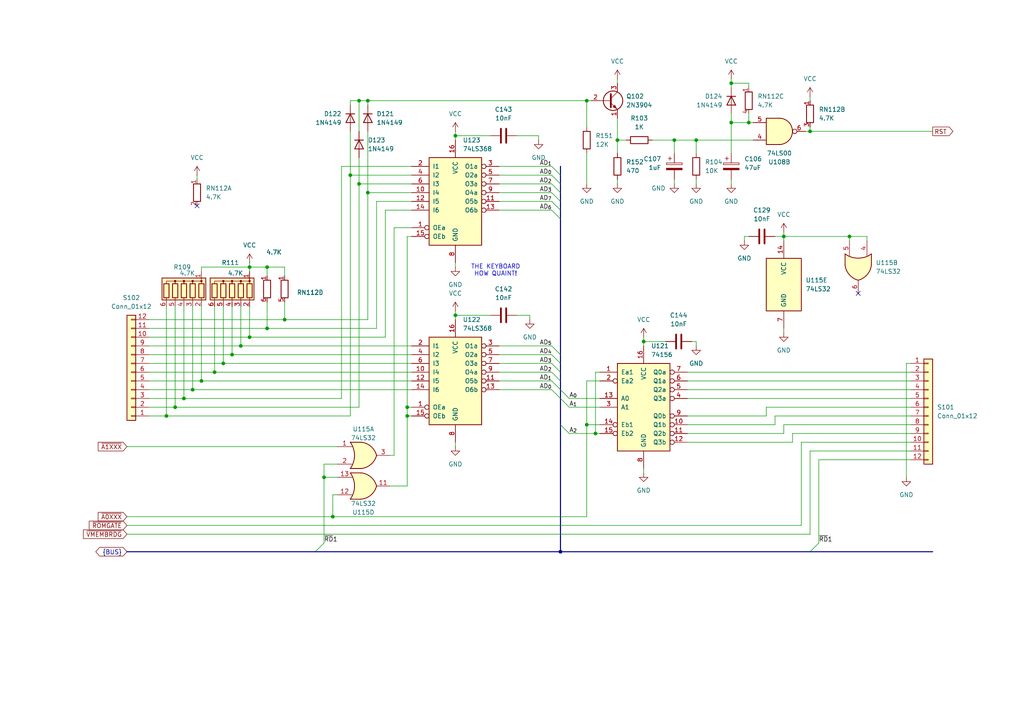
<source format=kicad_sch>
(kicad_sch (version 20250114) (generator "eeschema") (generator_version "9.0")
  (paper "A4")
  (lib_symbols
    (symbol "74xx:74LS00" (pin_names (offset 1.016))
      (property "Reference" "U" (at 0 1.27 0))
      (property "Value" "74LS00" (at 0 -1.27 0))
      (symbol "74LS00_1_1"
        (pin input line (at -7.62 2.54 0) (length 3.81) (name "~") (number "1"))
        (pin input line (at -7.62 -2.54 0) (length 3.81) (name "~") (number "2"))
        (pin output inverted (at 7.62 0 180) (length 3.81) (name "~") (number "3"))
      )
      (symbol "74LS00_1_2"
        (pin input inverted (at -7.62 2.54 0) (length 4.318) (name "~") (number "1"))
        (pin input inverted (at -7.62 -2.54 0) (length 4.318) (name "~") (number "2"))
        (pin output line (at 7.62 0 180) (length 3.81) (name "~") (number "3"))
      )
      (symbol "74LS00_2_1"
        (pin input line (at -7.62 2.54 0) (length 3.81) (name "~") (number "4"))
        (pin input line (at -7.62 -2.54 0) (length 3.81) (name "~") (number "5"))
        (pin output inverted (at 7.62 0 180) (length 3.81) (name "~") (number "6"))
      )
      (symbol "74LS00_2_2"
        (pin input inverted (at -7.62 2.54 0) (length 4.318) (name "~") (number "4"))
        (pin input inverted (at -7.62 -2.54 0) (length 4.318) (name "~") (number "5"))
        (pin output line (at 7.62 0 180) (length 3.81) (name "~") (number "6"))
      )
      (symbol "74LS00_3_1"
        (pin input line (at -7.62 2.54 0) (length 3.81) (name "~") (number "9"))
        (pin input line (at -7.62 -2.54 0) (length 3.81) (name "~") (number "10"))
        (pin output inverted (at 7.62 0 180) (length 3.81) (name "~") (number "8"))
      )
      (symbol "74LS00_3_2"
        (pin input inverted (at -7.62 2.54 0) (length 4.318) (name "~") (number "9"))
        (pin input inverted (at -7.62 -2.54 0) (length 4.318) (name "~") (number "10"))
        (pin output line (at 7.62 0 180) (length 3.81) (name "~") (number "8"))
      )
      (symbol "74LS00_4_1"
        (pin input line (at -7.62 2.54 0) (length 3.81) (name "~") (number "12"))
        (pin input line (at -7.62 -2.54 0) (length 3.81) (name "~") (number "13"))
        (pin output inverted (at 7.62 0 180) (length 3.81) (name "~") (number "11"))
      )
      (symbol "74LS00_4_2"
        (pin input inverted (at -7.62 2.54 0) (length 4.318) (name "~") (number "12"))
        (pin input inverted (at -7.62 -2.54 0) (length 4.318) (name "~") (number "13"))
        (pin output line (at 7.62 0 180) (length 3.81) (name "~") (number "11"))
      )
      (symbol "74LS00_5_0"
        (pin power_in line (at 0 12.7 270) (length 5.08) (name "VCC") (number "14"))
        (pin power_in line (at 0 -12.7 90) (length 5.08) (name "GND") (number "7"))
      )
    )
    (symbol "74xx:74LS156" (pin_names (offset 1.016))
      (property "Reference" "U" (at -7.62 13.97 0))
      (property "Value" "74LS156" (at -7.62 -13.97 0))
      (symbol "74LS156_1_0"
        (pin input line (at -12.7 10.16 0) (length 5.08) (name "Ea1") (number "1"))
        (pin input inverted (at -12.7 7.62 0) (length 5.08) (name "Ea2") (number "2"))
        (pin input line (at -12.7 2.54 0) (length 5.08) (name "A0") (number "13"))
        (pin input line (at -12.7 0 0) (length 5.08) (name "A1") (number "3"))
        (pin input inverted (at -12.7 -5.08 0) (length 5.08) (name "Eb1") (number "14"))
        (pin input inverted (at -12.7 -7.62 0) (length 5.08) (name "Eb2") (number "15"))
        (pin power_in line (at 0 17.78 270) (length 5.08) (name "VCC") (number "16"))
        (pin power_in line (at 0 -17.78 90) (length 5.08) (name "GND") (number "8"))
        (pin output inverted (at 12.7 10.16 180) (length 5.08) (name "Q0a") (number "7"))
        (pin output inverted (at 12.7 7.62 180) (length 5.08) (name "Q1a") (number "6"))
        (pin output inverted (at 12.7 5.08 180) (length 5.08) (name "Q2a") (number "5"))
        (pin output inverted (at 12.7 2.54 180) (length 5.08) (name "Q3a") (number "4"))
        (pin output inverted (at 12.7 -2.54 180) (length 5.08) (name "Q0b") (number "9"))
        (pin output inverted (at 12.7 -5.08 180) (length 5.08) (name "Q1b") (number "10"))
        (pin output inverted (at 12.7 -7.62 180) (length 5.08) (name "Q2b") (number "11"))
        (pin output inverted (at 12.7 -10.16 180) (length 5.08) (name "Q3b") (number "12"))
      )
    )
    (symbol "74xx:74LS32" (pin_names (offset 1.016))
      (property "Reference" "U" (at 0 1.27 0))
      (property "Value" "74LS32" (at 0 -1.27 0))
      (symbol "74LS32_1_1"
        (pin input line (at -7.62 2.54 0) (length 4.318) (name "~") (number "1"))
        (pin input line (at -7.62 -2.54 0) (length 4.318) (name "~") (number "2"))
        (pin output line (at 7.62 0 180) (length 3.81) (name "~") (number "3"))
      )
      (symbol "74LS32_1_2"
        (pin input inverted (at -7.62 2.54 0) (length 3.81) (name "~") (number "1"))
        (pin input inverted (at -7.62 -2.54 0) (length 3.81) (name "~") (number "2"))
        (pin output inverted (at 7.62 0 180) (length 3.81) (name "~") (number "3"))
      )
      (symbol "74LS32_2_1"
        (pin input line (at -7.62 2.54 0) (length 4.318) (name "~") (number "4"))
        (pin input line (at -7.62 -2.54 0) (length 4.318) (name "~") (number "5"))
        (pin output line (at 7.62 0 180) (length 3.81) (name "~") (number "6"))
      )
      (symbol "74LS32_2_2"
        (pin input inverted (at -7.62 2.54 0) (length 3.81) (name "~") (number "4"))
        (pin input inverted (at -7.62 -2.54 0) (length 3.81) (name "~") (number "5"))
        (pin output inverted (at 7.62 0 180) (length 3.81) (name "~") (number "6"))
      )
      (symbol "74LS32_3_1"
        (pin input line (at -7.62 2.54 0) (length 4.318) (name "~") (number "9"))
        (pin input line (at -7.62 -2.54 0) (length 4.318) (name "~") (number "10"))
        (pin output line (at 7.62 0 180) (length 3.81) (name "~") (number "8"))
      )
      (symbol "74LS32_3_2"
        (pin input inverted (at -7.62 2.54 0) (length 3.81) (name "~") (number "9"))
        (pin input inverted (at -7.62 -2.54 0) (length 3.81) (name "~") (number "10"))
        (pin output inverted (at 7.62 0 180) (length 3.81) (name "~") (number "8"))
      )
      (symbol "74LS32_4_1"
        (pin input line (at -7.62 2.54 0) (length 4.318) (name "~") (number "12"))
        (pin input line (at -7.62 -2.54 0) (length 4.318) (name "~") (number "13"))
        (pin output line (at 7.62 0 180) (length 3.81) (name "~") (number "11"))
      )
      (symbol "74LS32_4_2"
        (pin input inverted (at -7.62 2.54 0) (length 3.81) (name "~") (number "12"))
        (pin input inverted (at -7.62 -2.54 0) (length 3.81) (name "~") (number "13"))
        (pin output inverted (at 7.62 0 180) (length 3.81) (name "~") (number "11"))
      )
      (symbol "74LS32_5_0"
        (pin power_in line (at 0 12.7 270) (length 5.08) (name "VCC") (number "14"))
        (pin power_in line (at 0 -12.7 90) (length 5.08) (name "GND") (number "7"))
      )
    )
    (symbol "74xx:74LS368" (pin_names (offset 1.016))
      (property "Reference" "U" (at -7.62 13.97 0))
      (property "Value" "74LS368" (at -7.62 -13.97 0))
      (symbol "74LS368_1_0"
        (pin input line (at -12.7 10.16 0) (length 5.08) (name "I1") (number "2"))
        (pin input line (at -12.7 7.62 0) (length 5.08) (name "I2") (number "4"))
        (pin input line (at -12.7 5.08 0) (length 5.08) (name "I3") (number "6"))
        (pin input line (at -12.7 2.54 0) (length 5.08) (name "I4") (number "10"))
        (pin input line (at -12.7 0 0) (length 5.08) (name "I5") (number "12"))
        (pin input line (at -12.7 -2.54 0) (length 5.08) (name "I6") (number "14"))
        (pin input inverted (at -12.7 -7.62 0) (length 5.08) (name "OEa") (number "1"))
        (pin input inverted (at -12.7 -10.16 0) (length 5.08) (name "OEb") (number "15"))
        (pin power_in line (at 0 17.78 270) (length 5.08) (name "VCC") (number "16"))
        (pin power_in line (at 0 -17.78 90) (length 5.08) (name "GND") (number "8"))
        (pin tri_state inverted (at 12.7 10.16 180) (length 5.08) (name "O1a") (number "3"))
        (pin tri_state inverted (at 12.7 7.62 180) (length 5.08) (name "O2a") (number "5"))
        (pin tri_state inverted (at 12.7 5.08 180) (length 5.08) (name "O3a") (number "7"))
        (pin tri_state inverted (at 12.7 2.54 180) (length 5.08) (name "O4a") (number "9"))
        (pin tri_state inverted (at 12.7 0 180) (length 5.08) (name "O5b") (number "11"))
        (pin tri_state inverted (at 12.7 -2.54 180) (length 5.08) (name "O6b") (number "13"))
      )
    )
    (symbol "Connector_Generic:Conn_01x12" (pin_names (offset 1.016) (hide yes))
      (property "Reference" "J" (at 0 15.24 0))
      (property "Value" "Conn_01x12" (at 0 -17.78 0))
      (symbol "Conn_01x12_1_1"
        (pin passive line (at -5.08 12.7 0) (length 3.81) (name "Pin_1") (number "1"))
        (pin passive line (at -5.08 10.16 0) (length 3.81) (name "Pin_2") (number "2"))
        (pin passive line (at -5.08 7.62 0) (length 3.81) (name "Pin_3") (number "3"))
        (pin passive line (at -5.08 5.08 0) (length 3.81) (name "Pin_4") (number "4"))
        (pin passive line (at -5.08 2.54 0) (length 3.81) (name "Pin_5") (number "5"))
        (pin passive line (at -5.08 0 0) (length 3.81) (name "Pin_6") (number "6"))
        (pin passive line (at -5.08 -2.54 0) (length 3.81) (name "Pin_7") (number "7"))
        (pin passive line (at -5.08 -5.08 0) (length 3.81) (name "Pin_8") (number "8"))
        (pin passive line (at -5.08 -7.62 0) (length 3.81) (name "Pin_9") (number "9"))
        (pin passive line (at -5.08 -10.16 0) (length 3.81) (name "Pin_10") (number "10"))
        (pin passive line (at -5.08 -12.7 0) (length 3.81) (name "Pin_11") (number "11"))
        (pin passive line (at -5.08 -15.24 0) (length 3.81) (name "Pin_12") (number "12"))
      )
    )
    (symbol "Device:C" (pin_numbers (hide yes)) (pin_names (offset 0.254))
      (property "Reference" "C" (at 0.635 2.54 0))
      (property "Value" "C" (at 0.635 -2.54 0))
      (symbol "C_1_1"
        (pin passive line (at 0 3.81 270) (length 2.794) (name "~") (number "1"))
        (pin passive line (at 0 -3.81 90) (length 2.794) (name "~") (number "2"))
      )
    )
    (symbol "Device:C_Polarized" (pin_numbers (hide yes)) (pin_names (offset 0.254))
      (property "Reference" "C" (at 0.635 2.54 0))
      (property "Value" "C_Polarized" (at 0.635 -2.54 0))
      (symbol "C_Polarized_1_1"
        (pin passive line (at 0 3.81 270) (length 2.794) (name "~") (number "1"))
        (pin passive line (at 0 -3.81 90) (length 2.794) (name "~") (number "2"))
      )
    )
    (symbol "Device:D" (pin_numbers (hide yes)) (pin_names (offset 1.016) (hide yes))
      (property "Reference" "D" (at 0 2.54 0))
      (property "Value" "D" (at 0 -2.54 0))
      (symbol "D_1_1"
        (pin passive line (at -3.81 0 0) (length 2.54) (name "K") (number "1"))
        (pin passive line (at 3.81 0 180) (length 2.54) (name "A") (number "2"))
      )
    )
    (symbol "Device:R" (pin_numbers (hide yes)) (pin_names (offset 0))
      (property "Reference" "R" (at 2.032 0 90))
      (property "Value" "R" (at 0 0 90))
      (symbol "R_1_1"
        (pin passive line (at 0 3.81 270) (length 1.27) (name "~") (number "1"))
        (pin passive line (at 0 -3.81 90) (length 1.27) (name "~") (number "2"))
      )
    )
    (symbol "Device:R_Network05" (pin_names (offset 0) (hide yes))
      (property "Reference" "RN" (at -7.62 0 90))
      (property "Value" "R_Network05" (at 7.62 0 90))
      (symbol "R_Network05_1_1"
        (pin passive line (at -5.08 5.08 270) (length 2.54) (name "common") (number "1"))
        (pin passive line (at -5.08 -5.08 90) (length 1.27) (name "R1") (number "2"))
        (pin passive line (at -2.54 -5.08 90) (length 1.27) (name "R2") (number "3"))
        (pin passive line (at 0 -5.08 90) (length 1.27) (name "R3") (number "4"))
        (pin passive line (at 2.54 -5.08 90) (length 1.27) (name "R4") (number "5"))
        (pin passive line (at 5.08 -5.08 90) (length 1.27) (name "R5") (number "6"))
      )
    )
    (symbol "Device:R_Network05_Split" (pin_names (offset 0) (hide yes))
      (property "Reference" "RN" (at 2.032 0 90))
      (property "Value" "R_Network05_Split" (at 0 0 90))
      (symbol "R_Network05_Split_0_1"
        (pin passive line (at 0 3.81 270) (length 1.27) (name "R1") (number "1"))
      )
      (symbol "R_Network05_Split_1_1"
        (pin passive line (at 0 -3.81 90) (length 1.27) (name "R1.2") (number "2"))
      )
      (symbol "R_Network05_Split_2_1"
        (pin passive line (at 0 -3.81 90) (length 1.27) (name "R2.2") (number "3"))
      )
      (symbol "R_Network05_Split_3_1"
        (pin passive line (at 0 -3.81 90) (length 1.27) (name "R3.2") (number "4"))
      )
      (symbol "R_Network05_Split_4_1"
        (pin passive line (at 0 -3.81 90) (length 1.27) (name "R4.2") (number "5"))
      )
      (symbol "R_Network05_Split_5_1"
        (pin passive line (at 0 -3.81 90) (length 1.27) (name "R5.2") (number "6"))
      )
    )
    (symbol "Transistor_BJT:2N3904" (pin_names (offset 0) (hide yes))
      (property "Reference" "Q" (at 5.08 1.905 0))
      (property "Value" "2N3904" (at 5.08 0 0))
      (symbol "2N3904_1_1"
        (pin input line (at -5.08 0 0) (length 2.54) (name "B") (number "2"))
        (pin passive line (at 2.54 5.08 270) (length 2.54) (name "C") (number "3"))
        (pin passive line (at 2.54 -5.08 90) (length 2.54) (name "E") (number "1"))
      )
    )
    (symbol "power:GND" (power) (pin_numbers (hide yes)) (pin_names (offset 0) (hide yes))
      (property "Value" "GND" (at 0 -3.81 0))
      (symbol "GND_1_1"
        (pin power_in line (at 0 0 270) (length 0) (name "~") (number "1"))
      )
    )
    (symbol "power:VCC" (power) (pin_numbers (hide yes)) (pin_names (offset 0) (hide yes))
      (property "Value" "VCC" (at 0 3.556 0))
      (symbol "VCC_1_1"
        (pin power_in line (at 0 0 90) (length 0) (name "~") (number "1"))
      )
    )
  )
  (text "THE KEYBOARD\nHOW QUAINT!" (at 143.764 78.486 0) (effects (font (size 1.27 1.27))))
  (junction (at 186.69 99.06))
  (junction (at 69.85 100.33))
  (junction (at 82.55 92.71))
  (junction (at 162.56 160.02))
  (junction (at 53.34 115.57))
  (junction (at 179.07 40.64))
  (junction (at 106.68 29.21))
  (junction (at 106.68 55.88))
  (junction (at 212.09 35.56))
  (junction (at 67.31 102.87))
  (junction (at 72.39 77.47))
  (junction (at 58.42 110.49))
  (junction (at 132.08 91.44))
  (junction (at 246.38 68.58))
  (junction (at 212.09 24.13))
  (junction (at 170.18 123.19))
  (junction (at 170.18 29.21))
  (junction (at 77.47 77.47))
  (junction (at 96.52 149.86))
  (junction (at 217.17 35.56))
  (junction (at 118.11 120.65))
  (junction (at 50.8 118.11))
  (junction (at 118.11 118.11))
  (junction (at 104.14 29.21))
  (junction (at 101.6 50.8))
  (junction (at 201.93 40.64))
  (junction (at 64.77 105.41))
  (junction (at 55.88 113.03))
  (junction (at 172.72 125.73))
  (junction (at 77.47 95.25))
  (junction (at 93.98 138.43))
  (junction (at 62.23 107.95))
  (junction (at 234.95 38.1))
  (junction (at 132.08 39.37))
  (junction (at 104.14 53.34))
  (junction (at 227.33 68.58))
  (junction (at 48.26 120.65))
  (junction (at 195.58 40.64))
  (junction (at 72.39 97.79))
  (no_connect (at 57.15 59.69))
  (no_connect (at 248.92 85.09))
  (bus_entry (at 160.02 110.49) (size 2.54 2.54))
  (bus_entry (at 160.02 113.03) (size 2.54 2.54))
  (bus_entry (at 234.95 160.02) (size 2.54 -2.54))
  (bus_entry (at 160.02 53.34) (size 2.54 2.54))
  (bus_entry (at 160.02 105.41) (size 2.54 2.54))
  (bus_entry (at 160.02 100.33) (size 2.54 2.54))
  (bus_entry (at 160.02 48.26) (size 2.54 2.54))
  (bus_entry (at 91.44 160.02) (size 2.54 -2.54))
  (bus_entry (at 160.02 55.88) (size 2.54 2.54))
  (bus_entry (at 160.02 50.8) (size 2.54 2.54))
  (bus_entry (at 160.02 102.87) (size 2.54 2.54))
  (bus_entry (at 160.02 60.96) (size 2.54 2.54))
  (bus_entry (at 160.02 107.95) (size 2.54 2.54))
  (bus_entry (at 160.02 58.42) (size 2.54 2.54))
  (bus_entry (at 165.1 118.11) (size -2.54 -2.54))
  (bus_entry (at 165.1 115.57) (size -2.54 -2.54))
  (bus_entry (at 162.56 123.19) (size 2.54 2.54))
  (wire (pts (xy 201.93 40.64) (xy 218.44 40.64)))
  (wire (pts (xy 199.39 128.27) (xy 229.87 128.27)))
  (wire (pts (xy 62.23 107.95) (xy 119.38 107.95)))
  (wire (pts (xy 234.95 36.83) (xy 234.95 38.1)))
  (bus (pts (xy 162.56 63.5) (xy 162.56 102.87)))
  (wire (pts (xy 53.34 88.9) (xy 53.34 115.57)))
  (wire (pts (xy 186.69 135.89) (xy 186.69 137.16)))
  (wire (pts (xy 251.46 68.58) (xy 251.46 69.85)))
  (wire (pts (xy 67.31 88.9) (xy 67.31 102.87)))
  (wire (pts (xy 99.06 48.26) (xy 119.38 48.26)))
  (wire (pts (xy 227.33 125.73) (xy 227.33 123.19)))
  (wire (pts (xy 43.18 100.33) (xy 69.85 100.33)))
  (wire (pts (xy 217.17 68.58) (xy 215.9 68.58)))
  (wire (pts (xy 101.6 50.8) (xy 119.38 50.8)))
  (wire (pts (xy 172.72 107.95) (xy 172.72 125.73)))
  (wire (pts (xy 114.3 132.08) (xy 114.3 66.04)))
  (wire (pts (xy 132.08 128.27) (xy 132.08 129.54)))
  (bus (pts (xy 36.83 160.02) (xy 91.44 160.02)))
  (wire (pts (xy 199.39 115.57) (xy 264.16 115.57)))
  (wire (pts (xy 55.88 88.9) (xy 55.88 113.03)))
  (wire (pts (xy 179.07 40.64) (xy 179.07 44.45)))
  (wire (pts (xy 201.93 99.06) (xy 201.93 100.33)))
  (wire (pts (xy 111.76 97.79) (xy 72.39 97.79)))
  (wire (pts (xy 118.11 140.97) (xy 118.11 120.65)))
  (wire (pts (xy 189.23 40.64) (xy 195.58 40.64)))
  (wire (pts (xy 234.95 38.1) (xy 270.51 38.1)))
  (wire (pts (xy 99.06 115.57) (xy 99.06 48.26)))
  (wire (pts (xy 237.49 157.48) (xy 237.49 133.35)))
  (bus (pts (xy 162.56 53.34) (xy 162.56 55.88)))
  (wire (pts (xy 144.78 105.41) (xy 160.02 105.41)))
  (bus (pts (xy 162.56 60.96) (xy 162.56 63.5)))
  (wire (pts (xy 142.24 39.37) (xy 132.08 39.37)))
  (wire (pts (xy 199.39 113.03) (xy 264.16 113.03)))
  (wire (pts (xy 77.47 77.47) (xy 72.39 77.47)))
  (wire (pts (xy 93.98 134.62) (xy 97.79 134.62)))
  (wire (pts (xy 119.38 68.58) (xy 118.11 68.58)))
  (wire (pts (xy 229.87 128.27) (xy 229.87 125.73)))
  (wire (pts (xy 144.78 50.8) (xy 160.02 50.8)))
  (wire (pts (xy 179.07 22.86) (xy 179.07 24.13)))
  (wire (pts (xy 144.78 53.34) (xy 160.02 53.34)))
  (wire (pts (xy 222.25 118.11) (xy 264.16 118.11)))
  (bus (pts (xy 162.56 48.26) (xy 162.56 50.8)))
  (wire (pts (xy 215.9 68.58) (xy 215.9 69.85)))
  (wire (pts (xy 93.98 138.43) (xy 97.79 138.43)))
  (wire (pts (xy 199.39 120.65) (xy 222.25 120.65)))
  (wire (pts (xy 58.42 88.9) (xy 58.42 110.49)))
  (wire (pts (xy 227.33 68.58) (xy 246.38 68.58)))
  (wire (pts (xy 186.69 97.79) (xy 186.69 99.06)))
  (wire (pts (xy 237.49 133.35) (xy 264.16 133.35)))
  (wire (pts (xy 101.6 29.21) (xy 101.6 30.48)))
  (wire (pts (xy 224.79 68.58) (xy 227.33 68.58)))
  (wire (pts (xy 109.22 95.25) (xy 109.22 58.42)))
  (wire (pts (xy 43.18 110.49) (xy 58.42 110.49)))
  (wire (pts (xy 106.68 55.88) (xy 106.68 92.71)))
  (wire (pts (xy 170.18 110.49) (xy 173.99 110.49)))
  (wire (pts (xy 195.58 40.64) (xy 201.93 40.64)))
  (wire (pts (xy 224.79 123.19) (xy 224.79 120.65)))
  (wire (pts (xy 104.14 29.21) (xy 106.68 29.21)))
  (wire (pts (xy 69.85 88.9) (xy 69.85 100.33)))
  (wire (pts (xy 201.93 44.45) (xy 201.93 40.64)))
  (wire (pts (xy 101.6 29.21) (xy 104.14 29.21)))
  (wire (pts (xy 246.38 68.58) (xy 246.38 69.85)))
  (wire (pts (xy 234.95 154.94) (xy 36.83 154.94)))
  (wire (pts (xy 144.78 55.88) (xy 160.02 55.88)))
  (wire (pts (xy 58.42 110.49) (xy 119.38 110.49)))
  (wire (pts (xy 118.11 68.58) (xy 118.11 118.11)))
  (bus (pts (xy 162.56 123.19) (xy 162.56 160.02)))
  (wire (pts (xy 132.08 38.1) (xy 132.08 39.37)))
  (wire (pts (xy 104.14 29.21) (xy 104.14 38.1)))
  (wire (pts (xy 96.52 143.51) (xy 97.79 143.51)))
  (wire (pts (xy 113.03 132.08) (xy 114.3 132.08)))
  (wire (pts (xy 72.39 77.47) (xy 72.39 78.74)))
  (wire (pts (xy 144.78 110.49) (xy 160.02 110.49)))
  (wire (pts (xy 144.78 102.87) (xy 160.02 102.87)))
  (bus (pts (xy 162.56 115.57) (xy 162.56 123.19)))
  (wire (pts (xy 201.93 52.07) (xy 201.93 53.34)))
  (wire (pts (xy 82.55 92.71) (xy 43.18 92.71)))
  (wire (pts (xy 72.39 88.9) (xy 72.39 97.79)))
  (wire (pts (xy 172.72 125.73) (xy 173.99 125.73)))
  (wire (pts (xy 246.38 68.58) (xy 251.46 68.58)))
  (wire (pts (xy 144.78 48.26) (xy 160.02 48.26)))
  (wire (pts (xy 227.33 67.31) (xy 227.33 68.58)))
  (wire (pts (xy 212.09 24.13) (xy 212.09 25.4)))
  (wire (pts (xy 179.07 40.64) (xy 181.61 40.64)))
  (wire (pts (xy 104.14 45.72) (xy 104.14 53.34)))
  (wire (pts (xy 50.8 88.9) (xy 50.8 118.11)))
  (bus (pts (xy 91.44 160.02) (xy 162.56 160.02)))
  (wire (pts (xy 55.88 113.03) (xy 119.38 113.03)))
  (wire (pts (xy 58.42 77.47) (xy 58.42 78.74)))
  (wire (pts (xy 227.33 68.58) (xy 227.33 69.85)))
  (wire (pts (xy 144.78 107.95) (xy 160.02 107.95)))
  (wire (pts (xy 104.14 53.34) (xy 119.38 53.34)))
  (wire (pts (xy 234.95 130.81) (xy 234.95 154.94)))
  (wire (pts (xy 113.03 140.97) (xy 118.11 140.97)))
  (wire (pts (xy 234.95 27.94) (xy 234.95 29.21)))
  (wire (pts (xy 170.18 44.45) (xy 170.18 53.34)))
  (wire (pts (xy 149.86 39.37) (xy 156.21 39.37)))
  (wire (pts (xy 48.26 120.65) (xy 101.6 120.65)))
  (bus (pts (xy 162.56 55.88) (xy 162.56 58.42)))
  (wire (pts (xy 43.18 107.95) (xy 62.23 107.95)))
  (wire (pts (xy 104.14 53.34) (xy 104.14 118.11)))
  (wire (pts (xy 142.24 91.44) (xy 132.08 91.44)))
  (wire (pts (xy 264.16 130.81) (xy 234.95 130.81)))
  (wire (pts (xy 67.31 102.87) (xy 119.38 102.87)))
  (wire (pts (xy 43.18 120.65) (xy 48.26 120.65)))
  (wire (pts (xy 82.55 80.01) (xy 82.55 77.47)))
  (wire (pts (xy 43.18 105.41) (xy 64.77 105.41)))
  (wire (pts (xy 217.17 24.13) (xy 217.17 25.4)))
  (wire (pts (xy 217.17 24.13) (xy 212.09 24.13)))
  (wire (pts (xy 36.83 129.54) (xy 97.79 129.54)))
  (bus (pts (xy 234.95 160.02) (xy 270.51 160.02)))
  (bus (pts (xy 162.56 50.8) (xy 162.56 53.34)))
  (wire (pts (xy 170.18 29.21) (xy 171.45 29.21)))
  (wire (pts (xy 69.85 100.33) (xy 119.38 100.33)))
  (wire (pts (xy 165.1 125.73) (xy 172.72 125.73)))
  (wire (pts (xy 144.78 113.03) (xy 160.02 113.03)))
  (wire (pts (xy 217.17 33.02) (xy 217.17 35.56)))
  (wire (pts (xy 93.98 157.48) (xy 93.98 138.43)))
  (wire (pts (xy 217.17 35.56) (xy 212.09 35.56)))
  (wire (pts (xy 64.77 88.9) (xy 64.77 105.41)))
  (bus (pts (xy 162.56 105.41) (xy 162.56 107.95)))
  (wire (pts (xy 104.14 118.11) (xy 50.8 118.11)))
  (wire (pts (xy 106.68 29.21) (xy 106.68 30.48)))
  (wire (pts (xy 43.18 115.57) (xy 53.34 115.57)))
  (wire (pts (xy 179.07 52.07) (xy 179.07 53.34)))
  (wire (pts (xy 212.09 52.07) (xy 212.09 53.34)))
  (wire (pts (xy 77.47 95.25) (xy 109.22 95.25)))
  (wire (pts (xy 156.21 39.37) (xy 156.21 40.64)))
  (wire (pts (xy 62.23 88.9) (xy 62.23 107.95)))
  (wire (pts (xy 72.39 97.79) (xy 43.18 97.79)))
  (wire (pts (xy 179.07 34.29) (xy 179.07 40.64)))
  (wire (pts (xy 199.39 123.19) (xy 224.79 123.19)))
  (bus (pts (xy 162.56 107.95) (xy 162.56 110.49)))
  (wire (pts (xy 106.68 55.88) (xy 119.38 55.88)))
  (wire (pts (xy 109.22 58.42) (xy 119.38 58.42)))
  (wire (pts (xy 53.34 115.57) (xy 99.06 115.57)))
  (wire (pts (xy 264.16 128.27) (xy 232.41 128.27)))
  (wire (pts (xy 48.26 88.9) (xy 48.26 120.65)))
  (wire (pts (xy 144.78 60.96) (xy 160.02 60.96)))
  (wire (pts (xy 77.47 77.47) (xy 77.47 80.01)))
  (wire (pts (xy 106.68 38.1) (xy 106.68 55.88)))
  (wire (pts (xy 36.83 149.86) (xy 96.52 149.86)))
  (wire (pts (xy 264.16 105.41) (xy 262.89 105.41)))
  (wire (pts (xy 43.18 95.25) (xy 77.47 95.25)))
  (wire (pts (xy 82.55 77.47) (xy 77.47 77.47)))
  (wire (pts (xy 170.18 149.86) (xy 96.52 149.86)))
  (wire (pts (xy 114.3 66.04) (xy 119.38 66.04)))
  (wire (pts (xy 118.11 118.11) (xy 119.38 118.11)))
  (wire (pts (xy 153.67 91.44) (xy 153.67 92.71)))
  (wire (pts (xy 217.17 35.56) (xy 218.44 35.56)))
  (wire (pts (xy 96.52 149.86) (xy 96.52 143.51)))
  (wire (pts (xy 227.33 123.19) (xy 264.16 123.19)))
  (wire (pts (xy 170.18 29.21) (xy 170.18 36.83)))
  (wire (pts (xy 165.1 115.57) (xy 173.99 115.57)))
  (wire (pts (xy 170.18 123.19) (xy 173.99 123.19)))
  (wire (pts (xy 118.11 118.11) (xy 118.11 120.65)))
  (wire (pts (xy 212.09 22.86) (xy 212.09 24.13)))
  (wire (pts (xy 234.95 38.1) (xy 233.68 38.1)))
  (wire (pts (xy 72.39 77.47) (xy 58.42 77.47)))
  (wire (pts (xy 57.15 50.8) (xy 57.15 52.07)))
  (wire (pts (xy 144.78 100.33) (xy 160.02 100.33)))
  (wire (pts (xy 119.38 60.96) (xy 111.76 60.96)))
  (wire (pts (xy 36.83 152.4) (xy 232.41 152.4)))
  (wire (pts (xy 224.79 120.65) (xy 264.16 120.65)))
  (wire (pts (xy 170.18 123.19) (xy 170.18 110.49)))
  (wire (pts (xy 199.39 110.49) (xy 264.16 110.49)))
  (wire (pts (xy 165.1 118.11) (xy 173.99 118.11)))
  (wire (pts (xy 199.39 107.95) (xy 264.16 107.95)))
  (wire (pts (xy 212.09 33.02) (xy 212.09 35.56)))
  (wire (pts (xy 229.87 125.73) (xy 264.16 125.73)))
  (wire (pts (xy 144.78 58.42) (xy 160.02 58.42)))
  (wire (pts (xy 64.77 105.41) (xy 119.38 105.41)))
  (wire (pts (xy 50.8 118.11) (xy 43.18 118.11)))
  (wire (pts (xy 101.6 38.1) (xy 101.6 50.8)))
  (wire (pts (xy 106.68 92.71) (xy 82.55 92.71)))
  (bus (pts (xy 162.56 113.03) (xy 162.56 115.57)))
  (wire (pts (xy 111.76 60.96) (xy 111.76 97.79)))
  (wire (pts (xy 195.58 40.64) (xy 195.58 44.45)))
  (bus (pts (xy 162.56 58.42) (xy 162.56 60.96)))
  (wire (pts (xy 93.98 138.43) (xy 93.98 134.62)))
  (wire (pts (xy 199.39 125.73) (xy 227.33 125.73)))
  (wire (pts (xy 132.08 91.44) (xy 132.08 92.71)))
  (bus (pts (xy 162.56 110.49) (xy 162.56 113.03)))
  (wire (pts (xy 186.69 99.06) (xy 186.69 100.33)))
  (wire (pts (xy 77.47 87.63) (xy 77.47 95.25)))
  (wire (pts (xy 170.18 123.19) (xy 170.18 149.86)))
  (wire (pts (xy 43.18 113.03) (xy 55.88 113.03)))
  (wire (pts (xy 132.08 90.17) (xy 132.08 91.44)))
  (wire (pts (xy 82.55 87.63) (xy 82.55 92.71)))
  (wire (pts (xy 212.09 35.56) (xy 212.09 44.45)))
  (wire (pts (xy 132.08 39.37) (xy 132.08 40.64)))
  (wire (pts (xy 200.66 99.06) (xy 201.93 99.06)))
  (wire (pts (xy 227.33 95.25) (xy 227.33 96.52)))
  (bus (pts (xy 162.56 102.87) (xy 162.56 105.41)))
  (wire (pts (xy 262.89 105.41) (xy 262.89 138.43)))
  (wire (pts (xy 222.25 120.65) (xy 222.25 118.11)))
  (bus (pts (xy 162.56 160.02) (xy 234.95 160.02)))
  (wire (pts (xy 232.41 128.27) (xy 232.41 152.4)))
  (wire (pts (xy 101.6 50.8) (xy 101.6 120.65)))
  (wire (pts (xy 43.18 102.87) (xy 67.31 102.87)))
  (wire (pts (xy 149.86 91.44) (xy 153.67 91.44)))
  (wire (pts (xy 193.04 99.06) (xy 186.69 99.06)))
  (wire (pts (xy 173.99 107.95) (xy 172.72 107.95)))
  (wire (pts (xy 106.68 29.21) (xy 170.18 29.21)))
  (wire (pts (xy 118.11 120.65) (xy 119.38 120.65)))
  (wire (pts (xy 72.39 76.2) (xy 72.39 77.47)))
  (wire (pts (xy 132.08 76.2) (xy 132.08 77.47)))
  (wire (pts (xy 195.58 52.07) (xy 195.58 53.34)))
  (label "~{RD}1" (at 237.49 157.48 0))
  (label "AD_{3}" (at 160.02 55.88 180))
  (label "AD_{2}" (at 160.02 53.34 180))
  (label "AD_{7}" (at 160.02 58.42 180))
  (label "AD_{4}" (at 160.02 102.87 180))
  (label "AD_{2}" (at 160.02 107.95 180))
  (label "A_{0}" (at 165.1 115.57 0))
  (label "A_{2}" (at 165.1 125.73 0))
  (label "~{RD}1" (at 93.98 157.48 0))
  (label "AD_{0}" (at 160.02 50.8 180))
  (label "AD_{5}" (at 160.02 100.33 180))
  (label "A_{1}" (at 165.1 118.11 0))
  (label "AD_{1}" (at 160.02 48.26 180))
  (label "AD_{0}" (at 160.02 113.03 180))
  (label "AD_{1}" (at 160.02 110.49 180))
  (label "AD_{3}" (at 160.02 105.41 180))
  (label "AD_{6}" (at 160.02 60.96 180))
  (global_label "~{A0XXX}" (shape input) (at 36.83 149.86 180) (property "Intersheetrefs" "${INTERSHEET_REFS}" (effects (hide yes))))
  (global_label "~{A1XXX}" (shape input) (at 36.83 129.54 180) (property "Intersheetrefs" "${INTERSHEET_REFS}" (effects (hide yes))))
  (global_label "~{ROMGATE}" (shape input) (at 36.83 152.4 180) (property "Intersheetrefs" "${INTERSHEET_REFS}" (effects (hide yes))))
  (global_label "RST" (shape output) (at 270.51 38.1 0) (property "Intersheetrefs" "${INTERSHEET_REFS}" (effects (hide yes))))
  (global_label "~{VMEMBRDG}" (shape input) (at 36.83 154.94 180) (property "Intersheetrefs" "${INTERSHEET_REFS}" (effects (hide yes))))
  (global_label "{BUS}" (shape bidirectional) (at 36.83 160.02 180) (property "Intersheetrefs" "${INTERSHEET_REFS}" (effects (hide yes))))
  (symbol (lib_id "Device:R_Network05") (at 53.34 83.82 0) (mirror y) (unit 1)
    (property "Reference" "R109" (at 50.292 77.47 0) (effects (justify right)))
    (property "Value" "4.7K" (at 52.07 79.248 0) (effects (justify right)))
    (property "Footprint" "Resistor_THT:R_Array_SIP6" (effects (hide yes)))
    (property "Datasheet" "http://www.vishay.com/docs/31509/csc.pdf" (effects (hide yes)))
    (property "Description" "5 resistor network, star topology, bussed resistors, small symbol" (effects (hide yes)))
  )
  (symbol (lib_id "power:VCC") (at 234.95 27.94 0) (unit 1)
    (property "Reference" "#PWR0107" (effects (hide yes)))
    (property "Value" "VCC" (at 234.95 22.86 0))
    (property "Description" "Power symbol creates a global label with name \"VCC\"" (effects (hide yes)))
  )
  (symbol (lib_id "power:VCC") (at 57.15 50.8 0) (unit 1)
    (property "Reference" "#PWR0109" (effects (hide yes)))
    (property "Value" "VCC" (at 57.15 45.72 0))
    (property "Description" "Power symbol creates a global label with name \"VCC\"" (effects (hide yes)))
  )
  (symbol (lib_id "74xx:74LS32") (at 248.92 77.47 270) (unit 2)
    (property "Reference" "U115" (at 254 76.1999 90) (effects (justify left)))
    (property "Value" "74LS32" (at 254 78.7399 90) (effects (justify left)))
    (property "Footprint" "Package_DIP:DIP-14_W7.62mm" (effects (hide yes)))
    (property "Datasheet" "http://www.ti.com/lit/gpn/sn74LS32" (effects (hide yes)))
    (property "Description" "Quad 2-input OR" (effects (hide yes)))
  )
  (symbol (lib_id "74xx:74LS32") (at 105.41 132.08 0) (unit 1)
    (property "Reference" "U115" (at 105.41 124.46 0))
    (property "Value" "74LS32" (at 105.41 127 0))
    (property "Footprint" "Package_DIP:DIP-14_W7.62mm" (effects (hide yes)))
    (property "Datasheet" "http://www.ti.com/lit/gpn/sn74LS32" (effects (hide yes)))
    (property "Description" "Quad 2-input OR" (effects (hide yes)))
  )
  (symbol (lib_id "power:VCC") (at 227.33 67.31 0) (unit 1)
    (property "Reference" "#PWR0165" (effects (hide yes)))
    (property "Value" "VCC" (at 227.33 62.23 0))
    (property "Description" "Power symbol creates a global label with name \"VCC\"" (effects (hide yes)))
  )
  (symbol (lib_id "Device:C") (at 220.98 68.58 90) (unit 1)
    (property "Reference" "C129" (at 220.98 60.96 90))
    (property "Value" "10nF" (at 220.98 63.5 90))
    (property "Footprint" "ZT1:C_350mil" (effects (hide yes)))
    (property "Description" "Unpolarized capacitor" (effects (hide yes)))
  )
  (symbol (lib_id "Device:R_Network05_Split") (at 57.15 55.88 0) (unit 1)
    (property "Reference" "RN112" (at 59.69 54.6099 0) (effects (justify left)))
    (property "Value" "4.7K" (at 59.69 57.1499 0) (effects (justify left)))
    (property "Footprint" "Resistor_THT:R_Array_SIP6" (effects (hide yes)))
    (property "Datasheet" "http://www.vishay.com/docs/31509/csc.pdf" (effects (hide yes)))
    (property "Description" "5 resistor network, star topology, bussed resistors, split" (effects (hide yes)))
  )
  (symbol (lib_id "power:VCC") (at 212.09 22.86 0) (unit 1)
    (property "Reference" "#PWR0108" (effects (hide yes)))
    (property "Value" "VCC" (at 212.09 17.78 0))
    (property "Description" "Power symbol creates a global label with name \"VCC\"" (effects (hide yes)))
  )
  (symbol (lib_id "Device:D") (at 212.09 29.21 270) (unit 1)
    (property "Reference" "D124" (at 209.55 27.9399 90) (effects (justify right)))
    (property "Value" "1N4149" (at 209.55 30.4799 90) (effects (justify right)))
    (property "Footprint" "ZT1:D_350mil" (effects (hide yes)))
    (property "Description" "Diode" (effects (hide yes)))
    (property "Sim.Device" "D" (effects (hide yes)))
    (property "Sim.Pins" "1=K 2=A" (effects (hide yes)))
  )
  (symbol (lib_id "Device:C") (at 146.05 91.44 270) (unit 1)
    (property "Reference" "C142" (at 146.05 83.82 90))
    (property "Value" "10nF" (at 146.05 86.36 90))
    (property "Footprint" "ZT1:C_350mil" (effects (hide yes)))
    (property "Description" "Unpolarized capacitor" (effects (hide yes)))
  )
  (symbol (lib_id "Device:C_Polarized") (at 195.58 48.26 0) (unit 1)
    (property "Reference" "C107" (at 191.77 46.1009 0) (effects (justify right)))
    (property "Value" "1uF" (at 191.77 48.6409 0) (effects (justify right)))
    (property "Footprint" "ZT1:CP_Radial_D5.0mm_P2.50mm" (effects (hide yes)))
    (property "Description" "Polarized capacitor" (effects (hide yes)))
  )
  (symbol (lib_id "power:GND") (at 170.18 53.34 0) (unit 1)
    (property "Reference" "#PWR0103" (effects (hide yes)))
    (property "Value" "GND" (at 170.18 58.42 0))
    (property "Description" "Power symbol creates a global label with name \"GND\" , ground" (effects (hide yes)))
  )
  (symbol (lib_id "Device:R") (at 179.07 48.26 0) (unit 1)
    (property "Reference" "R152" (at 181.61 46.9899 0) (effects (justify left)))
    (property "Value" "470" (at 181.61 49.5299 0) (effects (justify left)))
    (property "Footprint" "ZT1:R_450mil" (effects (hide yes)))
    (property "Description" "Resistor" (effects (hide yes)))
  )
  (symbol (lib_id "Device:R_Network05_Split") (at 77.47 83.82 0) (unit 5)
    (property "Reference" "RN112" (at 86.106 84.836 0) (effects (justify left)))
    (property "Value" "4.7K" (at 77.216 73.152 0) (effects (justify left)))
    (property "Footprint" "Resistor_THT:R_Array_SIP6" (effects (hide yes)))
    (property "Datasheet" "http://www.vishay.com/docs/31509/csc.pdf" (effects (hide yes)))
    (property "Description" "5 resistor network, star topology, bussed resistors, split" (effects (hide yes)))
  )
  (symbol (lib_id "power:VCC") (at 72.39 76.2 0) (unit 1)
    (property "Reference" "#PWR0102" (effects (hide yes)))
    (property "Value" "VCC" (at 72.39 71.12 0))
    (property "Description" "Power symbol creates a global label with name \"VCC\"" (effects (hide yes)))
  )
  (symbol (lib_id "74xx:74LS32") (at 227.33 82.55 0) (unit 5)
    (property "Reference" "U115" (at 233.68 81.2799 0) (effects (justify left)))
    (property "Value" "74LS32" (at 233.68 83.8199 0) (effects (justify left)))
    (property "Footprint" "Package_DIP:DIP-14_W7.62mm" (effects (hide yes)))
    (property "Datasheet" "http://www.ti.com/lit/gpn/sn74LS32" (effects (hide yes)))
    (property "Description" "Quad 2-input OR" (effects (hide yes)))
  )
  (symbol (lib_id "Connector_Generic:Conn_01x12") (at 269.24 118.11 0) (unit 1)
    (property "Reference" "S101" (at 271.78 118.1099 0) (effects (justify left)))
    (property "Value" "Conn_01x12" (at 271.78 120.6499 0) (effects (justify left)))
    (property "Footprint" "Connector_PinHeader_2.54mm:PinHeader_1x12_P2.54mm_Vertical" (effects (hide yes)))
    (property "Description" "Generic connector, single row, 01x12, script generated (kicad-library-utils/schlib/autogen/connector/)" (effects (hide yes)))
  )
  (symbol (lib_id "Device:R_Network05_Split") (at 217.17 29.21 0) (unit 3)
    (property "Reference" "RN112" (at 219.71 27.9399 0) (effects (justify left)))
    (property "Value" "4.7K" (at 219.71 30.4799 0) (effects (justify left)))
    (property "Footprint" "Resistor_THT:R_Array_SIP6" (effects (hide yes)))
    (property "Datasheet" "http://www.vishay.com/docs/31509/csc.pdf" (effects (hide yes)))
    (property "Description" "5 resistor network, star topology, bussed resistors, split" (effects (hide yes)))
  )
  (symbol (lib_id "power:GND") (at 186.69 137.16 0) (unit 1)
    (property "Reference" "#PWR0112" (effects (hide yes)))
    (property "Value" "GND" (at 186.69 142.24 0))
    (property "Description" "Power symbol creates a global label with name \"GND\" , ground" (effects (hide yes)))
  )
  (symbol (lib_id "Device:D") (at 101.6 34.29 270) (unit 1)
    (property "Reference" "D122" (at 99.06 33.0199 90) (effects (justify right)))
    (property "Value" "1N4149" (at 99.06 35.5599 90) (effects (justify right)))
    (property "Footprint" "ZT1:D_350mil" (effects (hide yes)))
    (property "Description" "Diode" (effects (hide yes)))
    (property "Sim.Device" "D" (effects (hide yes)))
    (property "Sim.Pins" "1=K 2=A" (effects (hide yes)))
  )
  (symbol (lib_id "power:VCC") (at 186.69 97.79 0) (unit 1)
    (property "Reference" "#PWR0110" (effects (hide yes)))
    (property "Value" "VCC" (at 186.69 92.71 0))
    (property "Description" "Power symbol creates a global label with name \"VCC\"" (effects (hide yes)))
  )
  (symbol (lib_id "Device:C") (at 196.85 99.06 90) (unit 1)
    (property "Reference" "C144" (at 196.85 91.44 90))
    (property "Value" "10nF" (at 196.85 93.98 90))
    (property "Footprint" "ZT1:C_350mil" (effects (hide yes)))
    (property "Description" "Unpolarized capacitor" (effects (hide yes)))
  )
  (symbol (lib_id "Device:D") (at 106.68 34.29 270) (unit 1)
    (property "Reference" "D121" (at 109.22 33.0199 90) (effects (justify left)))
    (property "Value" "1N4149" (at 109.22 35.5599 90) (effects (justify left)))
    (property "Footprint" "ZT1:D_350mil" (effects (hide yes)))
    (property "Description" "Diode" (effects (hide yes)))
    (property "Sim.Device" "D" (effects (hide yes)))
    (property "Sim.Pins" "1=K 2=A" (effects (hide yes)))
  )
  (symbol (lib_id "Device:R") (at 201.93 48.26 180) (unit 1)
    (property "Reference" "R104" (at 204.47 46.9899 0) (effects (justify right)))
    (property "Value" "10K" (at 204.47 49.5299 0) (effects (justify right)))
    (property "Footprint" "ZT1:R_450mil" (effects (hide yes)))
    (property "Description" "Resistor" (effects (hide yes)))
  )
  (symbol (lib_id "Device:R") (at 170.18 40.64 0) (unit 1)
    (property "Reference" "R151" (at 172.72 39.3699 0) (effects (justify left)))
    (property "Value" "12K" (at 172.72 41.9099 0) (effects (justify left)))
    (property "Footprint" "ZT1:R_450mil" (effects (hide yes)))
    (property "Description" "Resistor" (effects (hide yes)))
  )
  (symbol (lib_id "power:GND") (at 227.33 96.52 0) (unit 1)
    (property "Reference" "#PWR0167" (effects (hide yes)))
    (property "Value" "GND" (at 227.33 101.6 0))
    (property "Description" "Power symbol creates a global label with name \"GND\" , ground" (effects (hide yes)))
  )
  (symbol (lib_id "power:GND") (at 201.93 100.33 0) (unit 1)
    (property "Reference" "#PWR0111" (effects (hide yes)))
    (property "Value" "GND" (at 201.93 105.41 0))
    (property "Description" "Power symbol creates a global label with name \"GND\" , ground" (effects (hide yes)))
  )
  (symbol (lib_id "Device:R_Network05_Split") (at 82.55 83.82 0) (unit 4)
    (property "Reference" "RN112" (at 86.106 84.836 0) (effects (justify left)))
    (property "Value" "4.7K" (at 77.216 73.152 0) (effects (justify left)))
    (property "Footprint" "Resistor_THT:R_Array_SIP6" (effects (hide yes)))
    (property "Datasheet" "http://www.vishay.com/docs/31509/csc.pdf" (effects (hide yes)))
    (property "Description" "5 resistor network, star topology, bussed resistors, split" (effects (hide yes)))
  )
  (symbol (lib_id "power:GND") (at 132.08 129.54 0) (unit 1)
    (property "Reference" "#PWR096" (effects (hide yes)))
    (property "Value" "GND" (at 132.08 134.62 0))
    (property "Description" "Power symbol creates a global label with name \"GND\" , ground" (effects (hide yes)))
  )
  (symbol (lib_id "power:GND") (at 215.9 69.85 0) (unit 1)
    (property "Reference" "#PWR0166" (effects (hide yes)))
    (property "Value" "GND" (at 215.9 74.93 0))
    (property "Description" "Power symbol creates a global label with name \"GND\" , ground" (effects (hide yes)))
  )
  (symbol (lib_id "power:VCC") (at 132.08 38.1 0) (unit 1)
    (property "Reference" "#PWR0100" (effects (hide yes)))
    (property "Value" "VCC" (at 132.08 33.02 0))
    (property "Description" "Power symbol creates a global label with name \"VCC\"" (effects (hide yes)))
  )
  (symbol (lib_id "power:GND") (at 212.09 53.34 0) (unit 1)
    (property "Reference" "#PWR0105" (effects (hide yes)))
    (property "Value" "GND" (at 212.09 58.42 0))
    (property "Description" "Power symbol creates a global label with name \"GND\" , ground" (effects (hide yes)))
  )
  (symbol (lib_id "power:GND") (at 195.58 53.34 0) (unit 1)
    (property "Reference" "#PWR088" (effects (hide yes)))
    (property "Value" "GND" (at 193.04 54.6099 0) (effects (justify right)))
    (property "Description" "Power symbol creates a global label with name \"GND\" , ground" (effects (hide yes)))
  )
  (symbol (lib_id "power:VCC") (at 179.07 22.86 0) (unit 1)
    (property "Reference" "#PWR0104" (effects (hide yes)))
    (property "Value" "VCC" (at 179.07 17.78 0))
    (property "Description" "Power symbol creates a global label with name \"VCC\"" (effects (hide yes)))
  )
  (symbol (lib_id "Device:D") (at 104.14 41.91 270) (unit 1)
    (property "Reference" "D123" (at 106.68 40.6399 90) (effects (justify left)))
    (property "Value" "1N4149" (at 106.68 43.1799 90) (effects (justify left)))
    (property "Footprint" "ZT1:D_350mil" (effects (hide yes)))
    (property "Description" "Diode" (effects (hide yes)))
    (property "Sim.Device" "D" (effects (hide yes)))
    (property "Sim.Pins" "1=K 2=A" (effects (hide yes)))
  )
  (symbol (lib_id "74xx:74LS368") (at 132.08 58.42 0) (unit 1)
    (property "Reference" "U123" (at 134.2233 40.64 0) (effects (justify left)))
    (property "Value" "74LS368" (at 134.2233 43.18 0) (effects (justify left)))
    (property "Footprint" "Package_DIP:DIP-16_W7.62mm" (effects (hide yes)))
    (property "Datasheet" "http://www.ti.com/lit/gpn/sn74LS368" (effects (hide yes)))
    (property "Description" "Hex Bus Driver inverter, 3-state outputs" (effects (hide yes)))
  )
  (symbol (lib_id "power:GND") (at 262.89 138.43 0) (unit 1)
    (property "Reference" "#PWR0113" (effects (hide yes)))
    (property "Value" "GND" (at 262.89 143.51 0))
    (property "Description" "Power symbol creates a global label with name \"GND\" , ground" (effects (hide yes)))
  )
  (symbol (lib_id "power:GND") (at 132.08 77.47 0) (unit 1)
    (property "Reference" "#PWR0101" (effects (hide yes)))
    (property "Value" "GND" (at 132.08 82.55 0))
    (property "Description" "Power symbol creates a global label with name \"GND\" , ground" (effects (hide yes)))
  )
  (symbol (lib_id "Device:R") (at 185.42 40.64 90) (unit 1)
    (property "Reference" "R103" (at 185.42 34.29 90))
    (property "Value" "1K" (at 185.42 36.83 90))
    (property "Footprint" "ZT1:R_450mil" (effects (hide yes)))
    (property "Description" "Resistor" (effects (hide yes)))
  )
  (symbol (lib_id "Device:R_Network05") (at 67.31 83.82 0) (mirror y) (unit 1)
    (property "Reference" "R111" (at 64.262 76.2 0) (effects (justify right)))
    (property "Value" "4.7K" (at 66.04 79.248 0) (effects (justify right)))
    (property "Footprint" "Resistor_THT:R_Array_SIP6" (effects (hide yes)))
    (property "Datasheet" "http://www.vishay.com/docs/31509/csc.pdf" (effects (hide yes)))
    (property "Description" "5 resistor network, star topology, bussed resistors, small symbol" (effects (hide yes)))
  )
  (symbol (lib_id "74xx:74LS00") (at 226.06 38.1 0) (mirror x) (unit 2)
    (property "Reference" "U108" (at 226.0517 46.99 0))
    (property "Value" "74LS00" (at 226.0517 44.45 0))
    (property "Footprint" "Package_DIP:DIP-14_W7.62mm" (effects (hide yes)))
    (property "Datasheet" "http://www.ti.com/lit/gpn/sn74ls00" (effects (hide yes)))
    (property "Description" "quad 2-input NAND gate" (effects (hide yes)))
  )
  (symbol (lib_id "74xx:74LS32") (at 105.41 140.97 0) (mirror x) (unit 4)
    (property "Reference" "U115" (at 105.41 148.59 0))
    (property "Value" "74LS32" (at 105.41 146.05 0))
    (property "Footprint" "Package_DIP:DIP-14_W7.62mm" (effects (hide yes)))
    (property "Datasheet" "http://www.ti.com/lit/gpn/sn74LS32" (effects (hide yes)))
    (property "Description" "Quad 2-input OR" (effects (hide yes)))
  )
  (symbol (lib_id "74xx:74LS368") (at 132.08 110.49 0) (unit 1)
    (property "Reference" "U122" (at 134.2233 92.71 0) (effects (justify left)))
    (property "Value" "74LS368" (at 134.2233 95.25 0) (effects (justify left)))
    (property "Footprint" "Package_DIP:DIP-16_W7.62mm" (effects (hide yes)))
    (property "Datasheet" "http://www.ti.com/lit/gpn/sn74LS368" (effects (hide yes)))
    (property "Description" "Hex Bus Driver inverter, 3-state outputs" (effects (hide yes)))
  )
  (symbol (lib_id "power:GND") (at 201.93 53.34 0) (unit 1)
    (property "Reference" "#PWR089" (effects (hide yes)))
    (property "Value" "GND" (at 201.93 58.42 0))
    (property "Description" "Power symbol creates a global label with name \"GND\" , ground" (effects (hide yes)))
  )
  (symbol (lib_id "power:GND") (at 153.67 92.71 0) (unit 1)
    (property "Reference" "#PWR097" (effects (hide yes)))
    (property "Value" "GND" (at 153.67 97.79 0))
    (property "Description" "Power symbol creates a global label with name \"GND\" , ground" (effects (hide yes)))
  )
  (symbol (lib_id "Connector_Generic:Conn_01x12") (at 38.1 107.95 180) (unit 1)
    (property "Reference" "S102" (at 38.1 86.36 0))
    (property "Value" "Conn_01x12" (at 38.1 88.9 0))
    (property "Footprint" "Connector_PinHeader_2.54mm:PinHeader_1x12_P2.54mm_Vertical" (effects (hide yes)))
    (property "Description" "Generic connector, single row, 01x12, script generated (kicad-library-utils/schlib/autogen/connector/)" (effects (hide yes)))
  )
  (symbol (lib_id "Device:C_Polarized") (at 212.09 48.26 0) (unit 1)
    (property "Reference" "C106" (at 215.9 46.1009 0) (effects (justify left)))
    (property "Value" "47uF" (at 215.9 48.6409 0) (effects (justify left)))
    (property "Footprint" "ZT1:CP_Radial_D5.0mm_P2.50mm" (effects (hide yes)))
    (property "Description" "Polarized capacitor" (effects (hide yes)))
  )
  (symbol (lib_id "Transistor_BJT:2N3904") (at 176.53 29.21 0) (unit 1)
    (property "Reference" "Q102" (at 181.61 27.9399 0) (effects (justify left)))
    (property "Value" "2N3904" (at 181.61 30.4799 0) (effects (justify left)))
    (property "Footprint" "Package_TO_SOT_THT:TO-92_Inline" (effects (hide yes)))
    (property "Datasheet" "https://www.onsemi.com/pub/Collateral/2N3903-D.PDF" (effects (hide yes)))
    (property "Description" "0.2A Ic, 40V Vce, Small Signal NPN Transistor, TO-92" (effects (hide yes)))
  )
  (symbol (lib_id "power:GND") (at 179.07 53.34 0) (unit 1)
    (property "Reference" "#PWR0106" (effects (hide yes)))
    (property "Value" "GND" (at 179.07 58.42 0))
    (property "Description" "Power symbol creates a global label with name \"GND\" , ground" (effects (hide yes)))
  )
  (symbol (lib_id "74xx:74LS156") (at 186.69 118.11 0) (unit 1)
    (property "Reference" "U121" (at 188.8333 100.33 0) (effects (justify left)))
    (property "Value" "74156" (at 188.8333 102.87 0) (effects (justify left)))
    (property "Footprint" "Package_DIP:DIP-16_W7.62mm" (effects (hide yes)))
    (property "Datasheet" "http://www.ti.com/lit/gpn/sn74LS156" (effects (hide yes)))
    (property "Description" "Dual 2 to 4 lines Decoder/Demultiplexer, Open Collector" (effects (hide yes)))
  )
  (symbol (lib_id "Device:R_Network05_Split") (at 234.95 33.02 0) (unit 2)
    (property "Reference" "RN112" (at 237.49 31.7499 0) (effects (justify left)))
    (property "Value" "4.7K" (at 237.49 34.2899 0) (effects (justify left)))
    (property "Footprint" "Resistor_THT:R_Array_SIP6" (effects (hide yes)))
    (property "Datasheet" "http://www.vishay.com/docs/31509/csc.pdf" (effects (hide yes)))
    (property "Description" "5 resistor network, star topology, bussed resistors, split" (effects (hide yes)))
  )
  (symbol (lib_id "Device:C") (at 146.05 39.37 90) (unit 1)
    (property "Reference" "C143" (at 146.05 31.75 90))
    (property "Value" "10nF" (at 146.05 34.29 90))
    (property "Footprint" "ZT1:C_350mil" (effects (hide yes)))
    (property "Description" "Unpolarized capacitor" (effects (hide yes)))
  )
  (symbol (lib_id "power:VCC") (at 132.08 90.17 0) (unit 1)
    (property "Reference" "#PWR098" (effects (hide yes)))
    (property "Value" "VCC" (at 132.08 85.09 0))
    (property "Description" "Power symbol creates a global label with name \"VCC\"" (effects (hide yes)))
  )
  (symbol (lib_id "power:GND") (at 156.21 40.64 0) (unit 1)
    (property "Reference" "#PWR099" (effects (hide yes)))
    (property "Value" "GND" (at 156.21 45.72 0))
    (property "Description" "Power symbol creates a global label with name \"GND\" , ground" (effects (hide yes)))
  )
)
</source>
